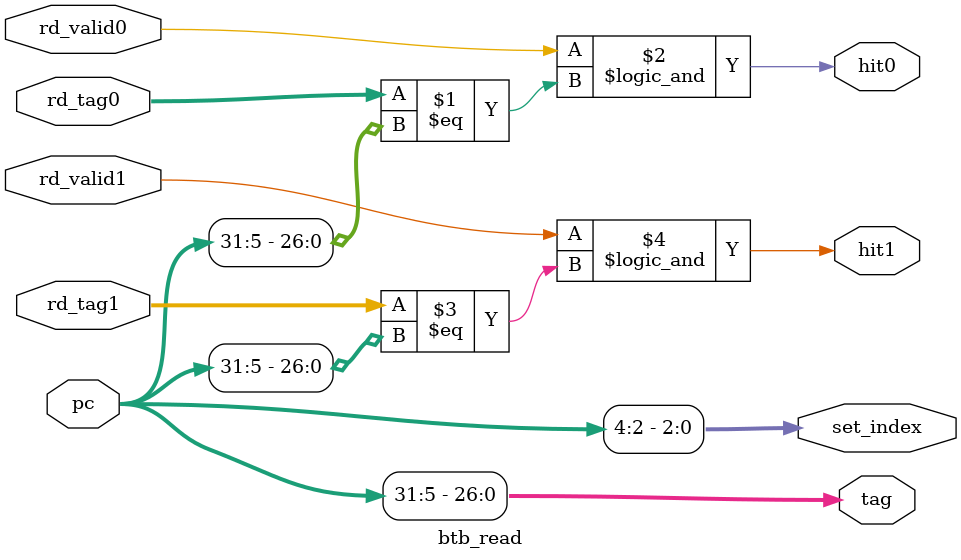
<source format=v>
module btb_read #(
    parameter TAGW = 27
)(
    input  wire [31:0] pc,

    // data from file
    input  wire rd_valid0,
    input  wire [TAGW-1:0] rd_tag0,
    input  wire rd_valid1,
    input  wire [TAGW-1:0] rd_tag1,

    output wire [2:0]  set_index,
    output wire [TAGW-1:0] tag,
    output wire hit0,
    output wire hit1
);
    assign set_index = pc[4:2];
    assign tag       = pc[31:5];

    assign hit0 = rd_valid0 && (rd_tag0 == tag);
    assign hit1 = rd_valid1 && (rd_tag1 == tag);
endmodule


</source>
